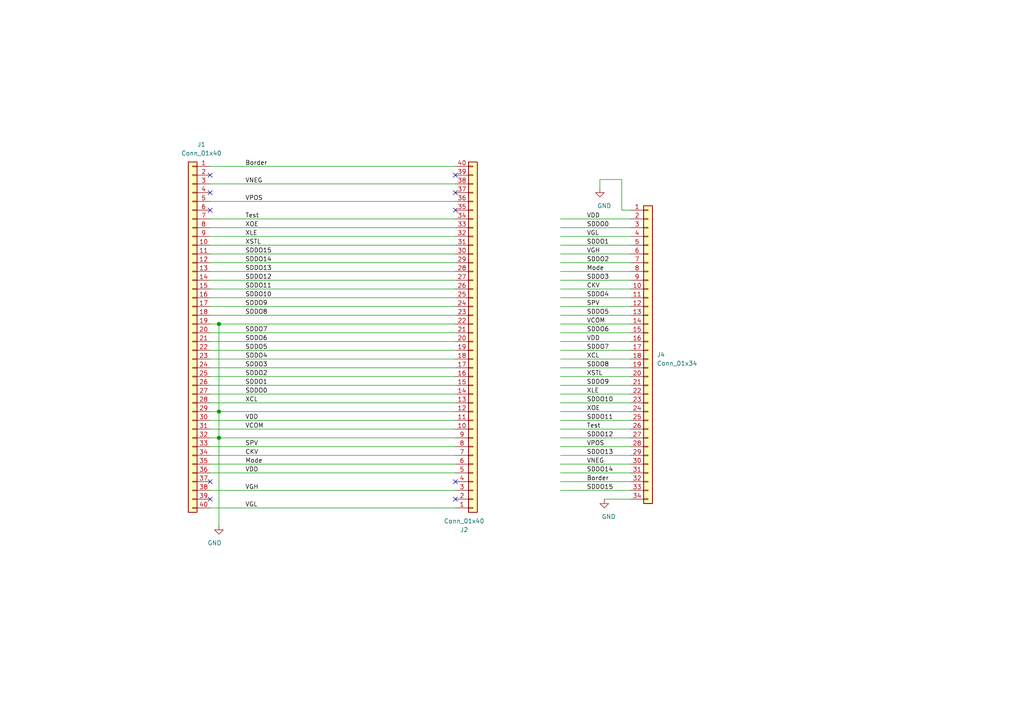
<source format=kicad_sch>
(kicad_sch (version 20210126) (generator eeschema)
  (paper "A4")
  (lib_symbols
    (symbol "Connector_Generic:Conn_01x34" (pin_names (offset 1.016) hide)
      (property "Reference" "J" (at 0 43.18 0))
      (property "Value" "Conn_01x34" (at 0 -45.72 0))
      (symbol "Conn_01x34_1_1"
        (rectangle (start -1.27 -43.053) (end 0 -43.307) (stroke (width 0.1524)))
        (rectangle (start -1.27 -40.513) (end 0 -40.767) (stroke (width 0.1524)))
        (rectangle (start -1.27 -37.973) (end 0 -38.227) (stroke (width 0.1524)))
        (rectangle (start -1.27 -35.433) (end 0 -35.687) (stroke (width 0.1524)))
        (rectangle (start -1.27 -32.893) (end 0 -33.147) (stroke (width 0.1524)))
        (rectangle (start -1.27 -30.353) (end 0 -30.607) (stroke (width 0.1524)))
        (rectangle (start -1.27 -27.813) (end 0 -28.067) (stroke (width 0.1524)))
        (rectangle (start -1.27 -25.273) (end 0 -25.527) (stroke (width 0.1524)))
        (rectangle (start -1.27 -22.733) (end 0 -22.987) (stroke (width 0.1524)))
        (rectangle (start -1.27 -20.193) (end 0 -20.447) (stroke (width 0.1524)))
        (rectangle (start -1.27 -17.653) (end 0 -17.907) (stroke (width 0.1524)))
        (rectangle (start -1.27 -15.113) (end 0 -15.367) (stroke (width 0.1524)))
        (rectangle (start -1.27 -12.573) (end 0 -12.827) (stroke (width 0.1524)))
        (rectangle (start -1.27 -10.033) (end 0 -10.287) (stroke (width 0.1524)))
        (rectangle (start -1.27 -7.493) (end 0 -7.747) (stroke (width 0.1524)))
        (rectangle (start -1.27 -4.953) (end 0 -5.207) (stroke (width 0.1524)))
        (rectangle (start -1.27 -2.413) (end 0 -2.667) (stroke (width 0.1524)))
        (rectangle (start -1.27 0.127) (end 0 -0.127) (stroke (width 0.1524)))
        (rectangle (start -1.27 2.667) (end 0 2.413) (stroke (width 0.1524)))
        (rectangle (start -1.27 5.207) (end 0 4.953) (stroke (width 0.1524)))
        (rectangle (start -1.27 7.747) (end 0 7.493) (stroke (width 0.1524)))
        (rectangle (start -1.27 10.287) (end 0 10.033) (stroke (width 0.1524)))
        (rectangle (start -1.27 12.827) (end 0 12.573) (stroke (width 0.1524)))
        (rectangle (start -1.27 15.367) (end 0 15.113) (stroke (width 0.1524)))
        (rectangle (start -1.27 17.907) (end 0 17.653) (stroke (width 0.1524)))
        (rectangle (start -1.27 20.447) (end 0 20.193) (stroke (width 0.1524)))
        (rectangle (start -1.27 22.987) (end 0 22.733) (stroke (width 0.1524)))
        (rectangle (start -1.27 25.527) (end 0 25.273) (stroke (width 0.1524)))
        (rectangle (start -1.27 28.067) (end 0 27.813) (stroke (width 0.1524)))
        (rectangle (start -1.27 30.607) (end 0 30.353) (stroke (width 0.1524)))
        (rectangle (start -1.27 33.147) (end 0 32.893) (stroke (width 0.1524)))
        (rectangle (start -1.27 35.687) (end 0 35.433) (stroke (width 0.1524)))
        (rectangle (start -1.27 38.227) (end 0 37.973) (stroke (width 0.1524)))
        (rectangle (start -1.27 40.767) (end 0 40.513) (stroke (width 0.1524)))
        (rectangle (start -1.27 41.91) (end 1.27 -44.45) (stroke (width 0.254)) (fill (type background)))
        (pin passive line (at -5.08 40.64 0) (length 3.81) (name "Pin_1") (number "1"))
        (pin passive line (at -5.08 17.78 0) (length 3.81) (name "Pin_10") (number "10"))
        (pin passive line (at -5.08 15.24 0) (length 3.81) (name "Pin_11") (number "11"))
        (pin passive line (at -5.08 12.7 0) (length 3.81) (name "Pin_12") (number "12"))
        (pin passive line (at -5.08 10.16 0) (length 3.81) (name "Pin_13") (number "13"))
        (pin passive line (at -5.08 7.62 0) (length 3.81) (name "Pin_14") (number "14"))
        (pin passive line (at -5.08 5.08 0) (length 3.81) (name "Pin_15") (number "15"))
        (pin passive line (at -5.08 2.54 0) (length 3.81) (name "Pin_16") (number "16"))
        (pin passive line (at -5.08 0 0) (length 3.81) (name "Pin_17") (number "17"))
        (pin passive line (at -5.08 -2.54 0) (length 3.81) (name "Pin_18") (number "18"))
        (pin passive line (at -5.08 -5.08 0) (length 3.81) (name "Pin_19") (number "19"))
        (pin passive line (at -5.08 38.1 0) (length 3.81) (name "Pin_2") (number "2"))
        (pin passive line (at -5.08 -7.62 0) (length 3.81) (name "Pin_20") (number "20"))
        (pin passive line (at -5.08 -10.16 0) (length 3.81) (name "Pin_21") (number "21"))
        (pin passive line (at -5.08 -12.7 0) (length 3.81) (name "Pin_22") (number "22"))
        (pin passive line (at -5.08 -15.24 0) (length 3.81) (name "Pin_23") (number "23"))
        (pin passive line (at -5.08 -17.78 0) (length 3.81) (name "Pin_24") (number "24"))
        (pin passive line (at -5.08 -20.32 0) (length 3.81) (name "Pin_25") (number "25"))
        (pin passive line (at -5.08 -22.86 0) (length 3.81) (name "Pin_26") (number "26"))
        (pin passive line (at -5.08 -25.4 0) (length 3.81) (name "Pin_27") (number "27"))
        (pin passive line (at -5.08 -27.94 0) (length 3.81) (name "Pin_28") (number "28"))
        (pin passive line (at -5.08 -30.48 0) (length 3.81) (name "Pin_29") (number "29"))
        (pin passive line (at -5.08 35.56 0) (length 3.81) (name "Pin_3") (number "3"))
        (pin passive line (at -5.08 -33.02 0) (length 3.81) (name "Pin_30") (number "30"))
        (pin passive line (at -5.08 -35.56 0) (length 3.81) (name "Pin_31") (number "31"))
        (pin passive line (at -5.08 -38.1 0) (length 3.81) (name "Pin_32") (number "32"))
        (pin passive line (at -5.08 -40.64 0) (length 3.81) (name "Pin_33") (number "33"))
        (pin passive line (at -5.08 -43.18 0) (length 3.81) (name "Pin_34") (number "34"))
        (pin passive line (at -5.08 33.02 0) (length 3.81) (name "Pin_4") (number "4"))
        (pin passive line (at -5.08 30.48 0) (length 3.81) (name "Pin_5") (number "5"))
        (pin passive line (at -5.08 27.94 0) (length 3.81) (name "Pin_6") (number "6"))
        (pin passive line (at -5.08 25.4 0) (length 3.81) (name "Pin_7") (number "7"))
        (pin passive line (at -5.08 22.86 0) (length 3.81) (name "Pin_8") (number "8"))
        (pin passive line (at -5.08 20.32 0) (length 3.81) (name "Pin_9") (number "9"))
      )
    )
    (symbol "Connector_Generic:Conn_01x40" (pin_names (offset 1.016) hide)
      (property "Reference" "J" (at 0 50.8 0))
      (property "Value" "Conn_01x40" (at 0 -53.34 0))
      (symbol "Conn_01x40_1_1"
        (rectangle (start -1.27 -50.673) (end 0 -50.927) (stroke (width 0.1524)))
        (rectangle (start -1.27 -48.133) (end 0 -48.387) (stroke (width 0.1524)))
        (rectangle (start -1.27 -45.593) (end 0 -45.847) (stroke (width 0.1524)))
        (rectangle (start -1.27 -43.053) (end 0 -43.307) (stroke (width 0.1524)))
        (rectangle (start -1.27 -40.513) (end 0 -40.767) (stroke (width 0.1524)))
        (rectangle (start -1.27 -37.973) (end 0 -38.227) (stroke (width 0.1524)))
        (rectangle (start -1.27 -35.433) (end 0 -35.687) (stroke (width 0.1524)))
        (rectangle (start -1.27 -32.893) (end 0 -33.147) (stroke (width 0.1524)))
        (rectangle (start -1.27 -30.353) (end 0 -30.607) (stroke (width 0.1524)))
        (rectangle (start -1.27 -27.813) (end 0 -28.067) (stroke (width 0.1524)))
        (rectangle (start -1.27 -25.273) (end 0 -25.527) (stroke (width 0.1524)))
        (rectangle (start -1.27 -22.733) (end 0 -22.987) (stroke (width 0.1524)))
        (rectangle (start -1.27 -20.193) (end 0 -20.447) (stroke (width 0.1524)))
        (rectangle (start -1.27 -17.653) (end 0 -17.907) (stroke (width 0.1524)))
        (rectangle (start -1.27 -15.113) (end 0 -15.367) (stroke (width 0.1524)))
        (rectangle (start -1.27 -12.573) (end 0 -12.827) (stroke (width 0.1524)))
        (rectangle (start -1.27 -10.033) (end 0 -10.287) (stroke (width 0.1524)))
        (rectangle (start -1.27 -7.493) (end 0 -7.747) (stroke (width 0.1524)))
        (rectangle (start -1.27 -4.953) (end 0 -5.207) (stroke (width 0.1524)))
        (rectangle (start -1.27 -2.413) (end 0 -2.667) (stroke (width 0.1524)))
        (rectangle (start -1.27 0.127) (end 0 -0.127) (stroke (width 0.1524)))
        (rectangle (start -1.27 2.667) (end 0 2.413) (stroke (width 0.1524)))
        (rectangle (start -1.27 5.207) (end 0 4.953) (stroke (width 0.1524)))
        (rectangle (start -1.27 7.747) (end 0 7.493) (stroke (width 0.1524)))
        (rectangle (start -1.27 10.287) (end 0 10.033) (stroke (width 0.1524)))
        (rectangle (start -1.27 12.827) (end 0 12.573) (stroke (width 0.1524)))
        (rectangle (start -1.27 15.367) (end 0 15.113) (stroke (width 0.1524)))
        (rectangle (start -1.27 17.907) (end 0 17.653) (stroke (width 0.1524)))
        (rectangle (start -1.27 20.447) (end 0 20.193) (stroke (width 0.1524)))
        (rectangle (start -1.27 22.987) (end 0 22.733) (stroke (width 0.1524)))
        (rectangle (start -1.27 25.527) (end 0 25.273) (stroke (width 0.1524)))
        (rectangle (start -1.27 28.067) (end 0 27.813) (stroke (width 0.1524)))
        (rectangle (start -1.27 30.607) (end 0 30.353) (stroke (width 0.1524)))
        (rectangle (start -1.27 33.147) (end 0 32.893) (stroke (width 0.1524)))
        (rectangle (start -1.27 35.687) (end 0 35.433) (stroke (width 0.1524)))
        (rectangle (start -1.27 38.227) (end 0 37.973) (stroke (width 0.1524)))
        (rectangle (start -1.27 40.767) (end 0 40.513) (stroke (width 0.1524)))
        (rectangle (start -1.27 43.307) (end 0 43.053) (stroke (width 0.1524)))
        (rectangle (start -1.27 45.847) (end 0 45.593) (stroke (width 0.1524)))
        (rectangle (start -1.27 48.387) (end 0 48.133) (stroke (width 0.1524)))
        (rectangle (start -1.27 49.53) (end 1.27 -52.07) (stroke (width 0.254)) (fill (type background)))
        (pin passive line (at -5.08 48.26 0) (length 3.81) (name "Pin_1") (number "1"))
        (pin passive line (at -5.08 25.4 0) (length 3.81) (name "Pin_10") (number "10"))
        (pin passive line (at -5.08 22.86 0) (length 3.81) (name "Pin_11") (number "11"))
        (pin passive line (at -5.08 20.32 0) (length 3.81) (name "Pin_12") (number "12"))
        (pin passive line (at -5.08 17.78 0) (length 3.81) (name "Pin_13") (number "13"))
        (pin passive line (at -5.08 15.24 0) (length 3.81) (name "Pin_14") (number "14"))
        (pin passive line (at -5.08 12.7 0) (length 3.81) (name "Pin_15") (number "15"))
        (pin passive line (at -5.08 10.16 0) (length 3.81) (name "Pin_16") (number "16"))
        (pin passive line (at -5.08 7.62 0) (length 3.81) (name "Pin_17") (number "17"))
        (pin passive line (at -5.08 5.08 0) (length 3.81) (name "Pin_18") (number "18"))
        (pin passive line (at -5.08 2.54 0) (length 3.81) (name "Pin_19") (number "19"))
        (pin passive line (at -5.08 45.72 0) (length 3.81) (name "Pin_2") (number "2"))
        (pin passive line (at -5.08 0 0) (length 3.81) (name "Pin_20") (number "20"))
        (pin passive line (at -5.08 -2.54 0) (length 3.81) (name "Pin_21") (number "21"))
        (pin passive line (at -5.08 -5.08 0) (length 3.81) (name "Pin_22") (number "22"))
        (pin passive line (at -5.08 -7.62 0) (length 3.81) (name "Pin_23") (number "23"))
        (pin passive line (at -5.08 -10.16 0) (length 3.81) (name "Pin_24") (number "24"))
        (pin passive line (at -5.08 -12.7 0) (length 3.81) (name "Pin_25") (number "25"))
        (pin passive line (at -5.08 -15.24 0) (length 3.81) (name "Pin_26") (number "26"))
        (pin passive line (at -5.08 -17.78 0) (length 3.81) (name "Pin_27") (number "27"))
        (pin passive line (at -5.08 -20.32 0) (length 3.81) (name "Pin_28") (number "28"))
        (pin passive line (at -5.08 -22.86 0) (length 3.81) (name "Pin_29") (number "29"))
        (pin passive line (at -5.08 43.18 0) (length 3.81) (name "Pin_3") (number "3"))
        (pin passive line (at -5.08 -25.4 0) (length 3.81) (name "Pin_30") (number "30"))
        (pin passive line (at -5.08 -27.94 0) (length 3.81) (name "Pin_31") (number "31"))
        (pin passive line (at -5.08 -30.48 0) (length 3.81) (name "Pin_32") (number "32"))
        (pin passive line (at -5.08 -33.02 0) (length 3.81) (name "Pin_33") (number "33"))
        (pin passive line (at -5.08 -35.56 0) (length 3.81) (name "Pin_34") (number "34"))
        (pin passive line (at -5.08 -38.1 0) (length 3.81) (name "Pin_35") (number "35"))
        (pin passive line (at -5.08 -40.64 0) (length 3.81) (name "Pin_36") (number "36"))
        (pin passive line (at -5.08 -43.18 0) (length 3.81) (name "Pin_37") (number "37"))
        (pin passive line (at -5.08 -45.72 0) (length 3.81) (name "Pin_38") (number "38"))
        (pin passive line (at -5.08 -48.26 0) (length 3.81) (name "Pin_39") (number "39"))
        (pin passive line (at -5.08 40.64 0) (length 3.81) (name "Pin_4") (number "4"))
        (pin passive line (at -5.08 -50.8 0) (length 3.81) (name "Pin_40") (number "40"))
        (pin passive line (at -5.08 38.1 0) (length 3.81) (name "Pin_5") (number "5"))
        (pin passive line (at -5.08 35.56 0) (length 3.81) (name "Pin_6") (number "6"))
        (pin passive line (at -5.08 33.02 0) (length 3.81) (name "Pin_7") (number "7"))
        (pin passive line (at -5.08 30.48 0) (length 3.81) (name "Pin_8") (number "8"))
        (pin passive line (at -5.08 27.94 0) (length 3.81) (name "Pin_9") (number "9"))
      )
    )
    (symbol "power:GND" (power) (pin_names (offset 0))
      (property "Value" "GND" (at 0 -3.81 0))
      (symbol "GND_0_1"
        (polyline (pts (xy 0 0) (xy 0 -1.27) (xy 1.27 -1.27) (xy 0 -2.54) (xy -1.27 -1.27) (xy 0 -1.27)))
      )
      (symbol "GND_1_1"
        (pin power_in line (at 0 0 270) (length 0) hide (name "GND") (number "1"))
      )
    )
  )
  (junction (at 63.5 93.98) (diameter 1.016))
  (junction (at 63.5 119.38) (diameter 1.016))
  (junction (at 63.5 127) (diameter 1.016))
  (no_connect (at 60.96 50.8))
  (no_connect (at 60.96 55.88))
  (no_connect (at 60.96 60.96))
  (no_connect (at 60.96 139.7))
  (no_connect (at 60.96 144.78))
  (no_connect (at 132.08 50.8))
  (no_connect (at 132.08 55.88))
  (no_connect (at 132.08 60.96))
  (no_connect (at 132.08 139.7))
  (no_connect (at 132.08 144.78))
  (wire (pts (xy 60.96 48.26) (xy 132.08 48.26)))
  (wire (pts (xy 60.96 53.34) (xy 132.08 53.34)))
  (wire (pts (xy 60.96 58.42) (xy 132.08 58.42)))
  (wire (pts (xy 60.96 63.5) (xy 132.08 63.5)))
  (wire (pts (xy 60.96 66.04) (xy 132.08 66.04)))
  (wire (pts (xy 60.96 68.58) (xy 132.08 68.58)))
  (wire (pts (xy 60.96 71.12) (xy 132.08 71.12)))
  (wire (pts (xy 60.96 73.66) (xy 132.08 73.66)))
  (wire (pts (xy 60.96 76.2) (xy 132.08 76.2)))
  (wire (pts (xy 60.96 78.74) (xy 132.08 78.74)))
  (wire (pts (xy 60.96 81.28) (xy 132.08 81.28)))
  (wire (pts (xy 60.96 83.82) (xy 132.08 83.82)))
  (wire (pts (xy 60.96 86.36) (xy 132.08 86.36)))
  (wire (pts (xy 60.96 88.9) (xy 132.08 88.9)))
  (wire (pts (xy 60.96 91.44) (xy 132.08 91.44)))
  (wire (pts (xy 60.96 93.98) (xy 63.5 93.98)))
  (wire (pts (xy 60.96 96.52) (xy 132.08 96.52)))
  (wire (pts (xy 60.96 99.06) (xy 132.08 99.06)))
  (wire (pts (xy 60.96 101.6) (xy 132.08 101.6)))
  (wire (pts (xy 60.96 104.14) (xy 132.08 104.14)))
  (wire (pts (xy 60.96 106.68) (xy 132.08 106.68)))
  (wire (pts (xy 60.96 109.22) (xy 132.08 109.22)))
  (wire (pts (xy 60.96 111.76) (xy 132.08 111.76)))
  (wire (pts (xy 60.96 114.3) (xy 132.08 114.3)))
  (wire (pts (xy 60.96 116.84) (xy 132.08 116.84)))
  (wire (pts (xy 60.96 119.38) (xy 63.5 119.38)))
  (wire (pts (xy 60.96 121.92) (xy 132.08 121.92)))
  (wire (pts (xy 60.96 124.46) (xy 132.08 124.46)))
  (wire (pts (xy 60.96 129.54) (xy 132.08 129.54)))
  (wire (pts (xy 60.96 132.08) (xy 132.08 132.08)))
  (wire (pts (xy 60.96 134.62) (xy 132.08 134.62)))
  (wire (pts (xy 60.96 137.16) (xy 132.08 137.16)))
  (wire (pts (xy 60.96 142.24) (xy 132.08 142.24)))
  (wire (pts (xy 60.96 147.32) (xy 132.08 147.32)))
  (wire (pts (xy 63.5 93.98) (xy 63.5 119.38)))
  (wire (pts (xy 63.5 93.98) (xy 132.08 93.98)))
  (wire (pts (xy 63.5 119.38) (xy 63.5 127)))
  (wire (pts (xy 63.5 119.38) (xy 132.08 119.38)))
  (wire (pts (xy 63.5 127) (xy 60.96 127)))
  (wire (pts (xy 63.5 127) (xy 63.5 152.4)))
  (wire (pts (xy 63.5 127) (xy 132.08 127)))
  (wire (pts (xy 162.56 63.5) (xy 182.88 63.5)))
  (wire (pts (xy 162.56 66.04) (xy 182.88 66.04)))
  (wire (pts (xy 162.56 68.58) (xy 182.88 68.58)))
  (wire (pts (xy 162.56 71.12) (xy 182.88 71.12)))
  (wire (pts (xy 162.56 73.66) (xy 182.88 73.66)))
  (wire (pts (xy 162.56 76.2) (xy 182.88 76.2)))
  (wire (pts (xy 162.56 78.74) (xy 182.88 78.74)))
  (wire (pts (xy 162.56 81.28) (xy 182.88 81.28)))
  (wire (pts (xy 162.56 83.82) (xy 182.88 83.82)))
  (wire (pts (xy 162.56 86.36) (xy 182.88 86.36)))
  (wire (pts (xy 162.56 88.9) (xy 182.88 88.9)))
  (wire (pts (xy 162.56 91.44) (xy 182.88 91.44)))
  (wire (pts (xy 162.56 93.98) (xy 182.88 93.98)))
  (wire (pts (xy 162.56 96.52) (xy 182.88 96.52)))
  (wire (pts (xy 162.56 99.06) (xy 182.88 99.06)))
  (wire (pts (xy 162.56 101.6) (xy 182.88 101.6)))
  (wire (pts (xy 162.56 104.14) (xy 182.88 104.14)))
  (wire (pts (xy 162.56 106.68) (xy 182.88 106.68)))
  (wire (pts (xy 162.56 109.22) (xy 182.88 109.22)))
  (wire (pts (xy 162.56 111.76) (xy 182.88 111.76)))
  (wire (pts (xy 162.56 114.3) (xy 182.88 114.3)))
  (wire (pts (xy 162.56 116.84) (xy 182.88 116.84)))
  (wire (pts (xy 162.56 119.38) (xy 182.88 119.38)))
  (wire (pts (xy 162.56 121.92) (xy 182.88 121.92)))
  (wire (pts (xy 162.56 124.46) (xy 182.88 124.46)))
  (wire (pts (xy 162.56 127) (xy 182.88 127)))
  (wire (pts (xy 162.56 129.54) (xy 182.88 129.54)))
  (wire (pts (xy 162.56 132.08) (xy 182.88 132.08)))
  (wire (pts (xy 162.56 134.62) (xy 182.88 134.62)))
  (wire (pts (xy 162.56 137.16) (xy 182.88 137.16)))
  (wire (pts (xy 162.56 139.7) (xy 182.88 139.7)))
  (wire (pts (xy 162.56 142.24) (xy 182.88 142.24)))
  (wire (pts (xy 173.99 52.07) (xy 173.99 54.61)))
  (wire (pts (xy 175.26 144.78) (xy 182.88 144.78)))
  (wire (pts (xy 180.34 52.07) (xy 173.99 52.07)))
  (wire (pts (xy 180.34 60.96) (xy 180.34 52.07)))
  (wire (pts (xy 182.88 60.96) (xy 180.34 60.96)))
  (label "Border" (at 71.12 48.26 0))
  (label "VNEG" (at 71.12 53.34 0))
  (label "VPOS" (at 71.12 58.42 0))
  (label "Test" (at 71.12 63.5 0))
  (label "XOE" (at 71.12 66.04 0))
  (label "XLE" (at 71.12 68.58 0))
  (label "XSTL" (at 71.12 71.12 0))
  (label "SDDO15" (at 71.12 73.66 0))
  (label "SDDO14" (at 71.12 76.2 0))
  (label "SDDO13" (at 71.12 78.74 0))
  (label "SDDO12" (at 71.12 81.28 0))
  (label "SDDO11" (at 71.12 83.82 0))
  (label "SDDO10" (at 71.12 86.36 0))
  (label "SDDO9" (at 71.12 88.9 0))
  (label "SDDO8" (at 71.12 91.44 0))
  (label "SDDO7" (at 71.12 96.52 0))
  (label "SDDO6" (at 71.12 99.06 0))
  (label "SDDO5" (at 71.12 101.6 0))
  (label "SDDO4" (at 71.12 104.14 0))
  (label "SDDO3" (at 71.12 106.68 0))
  (label "SDDO2" (at 71.12 109.22 0))
  (label "SDDO1" (at 71.12 111.76 0))
  (label "SDDO0" (at 71.12 114.3 0))
  (label "XCL" (at 71.12 116.84 0))
  (label "VDD" (at 71.12 121.92 0))
  (label "VCOM" (at 71.12 124.46 0))
  (label "SPV" (at 71.12 129.54 0))
  (label "CKV" (at 71.12 132.08 0))
  (label "Mode" (at 71.12 134.62 0))
  (label "VDD" (at 71.12 137.16 0))
  (label "VGH" (at 71.12 142.24 0))
  (label "VGL" (at 71.12 147.32 0))
  (label "VDD" (at 170.18 63.5 0))
  (label "SDDO0" (at 170.18 66.04 0))
  (label "VGL" (at 170.18 68.58 0))
  (label "SDDO1" (at 170.18 71.12 0))
  (label "VGH" (at 170.18 73.66 0))
  (label "SDDO2" (at 170.18 76.2 0))
  (label "Mode" (at 170.18 78.74 0))
  (label "SDDO3" (at 170.18 81.28 0))
  (label "CKV" (at 170.18 83.82 0))
  (label "SDDO4" (at 170.18 86.36 0))
  (label "SPV" (at 170.18 88.9 0))
  (label "SDDO5" (at 170.18 91.44 0))
  (label "VCOM" (at 170.18 93.98 0))
  (label "SDDO6" (at 170.18 96.52 0))
  (label "VDD" (at 170.18 99.06 0))
  (label "SDDO7" (at 170.18 101.6 0))
  (label "XCL" (at 170.18 104.14 0))
  (label "SDDO8" (at 170.18 106.68 0))
  (label "XSTL" (at 170.18 109.22 0))
  (label "SDDO9" (at 170.18 111.76 0))
  (label "XLE" (at 170.18 114.3 0))
  (label "SDDO10" (at 170.18 116.84 0))
  (label "XOE" (at 170.18 119.38 0))
  (label "SDDO11" (at 170.18 121.92 0))
  (label "Test" (at 170.18 124.46 0))
  (label "SDDO12" (at 170.18 127 0))
  (label "VPOS" (at 170.18 129.54 0))
  (label "SDDO13" (at 170.18 132.08 0))
  (label "VNEG" (at 170.18 134.62 0))
  (label "SDDO14" (at 170.18 137.16 0))
  (label "Border" (at 170.18 139.7 0))
  (label "SDDO15" (at 170.18 142.24 0))
  (symbol (lib_id "power:GND") (at 63.5 152.4 0) (mirror y) (unit 1)
    (property "Reference" "#PWR0101" (effects hide))
    (property "Value" "GND" (at 62.23 157.48 0))
  )
  (symbol (lib_id "power:GND") (at 173.99 54.61 0) (unit 1)
    (property "Reference" "#PWR0103" (effects hide))
    (property "Value" "GND" (at 175.26 59.69 0))
  )
  (symbol (lib_id "power:GND") (at 175.26 144.78 0) (unit 1)
    (property "Reference" "#PWR0105" (effects hide))
    (property "Value" "GND" (at 176.53 149.86 0))
  )
  (symbol (lib_id "Connector_Generic:Conn_01x34") (at 187.96 101.6 0) (unit 1)
    (property "Reference" "J4" (at 190.5 102.87 0) (effects (justify left)))
    (property "Value" "Conn_01x34" (at 190.5 105.41 0) (effects (justify left)))
    (property "Footprint" "Connector_PinHeader_2.54mm:PinHeader_2x17_P2.54mm_Vertical" (effects hide))
  )
  (symbol (lib_id "Connector_Generic:Conn_01x40") (at 55.88 96.52 0) (mirror y) (unit 1)
    (property "Reference" "J1" (at 58.42 41.91 0))
    (property "Value" "Conn_01x40" (at 58.42 44.45 0))
    (property "Footprint" "jbj-conn:AMPHENOL-F31L-1A7H1-11040" (effects hide))
  )
  (symbol (lib_id "Connector_Generic:Conn_01x40") (at 137.16 99.06 0) (mirror x) (unit 1)
    (property "Reference" "J2" (at 134.62 153.67 0))
    (property "Value" "Conn_01x40" (at 134.62 151.13 0))
    (property "Footprint" "jbj-conn:AMPHENOL-F31L-1A7H1-11040" (effects hide))
  )
)
</source>
